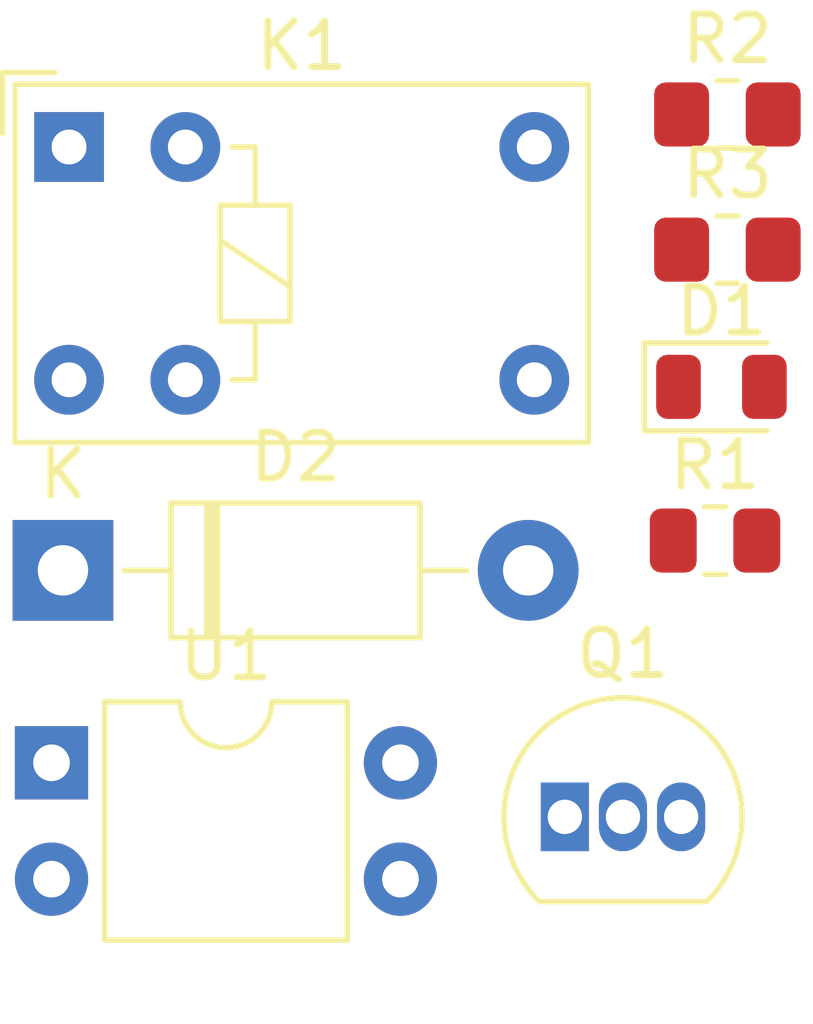
<source format=kicad_pcb>
(kicad_pcb (version 20240108) (generator "pcbnew") (generator_version "8.0")
  (layers (0 "F.Cu" signal) (31 "B.Cu" signal) (34 "B.Paste" user) (35 "F.Paste" user) (36 "B.SilkS" user "B.Silkscreen") (37 "F.SilkS" user "F.Silkscreen") (38 "B.Mask" user) (39 "F.Mask" user) (44 "Edge.Cuts" user))
  (net 0 "")
  (net 1 "5v")
  (net 2 "Net-(D1-K)")
  (net 3 "Net-(D2-A)")
  (net 4 "COM")
  (net 5 "NO")
  (net 6 "NC")
  (net 7 "GNDREF")
  (net 8 "Net-(Q1-B)")
  (net 9 "Net-(R1-Pad2)")
  (net 10 "Net-(R2-Pad1)")
  (net 11 "INPUT")
  (footprint "Diode_THT:D_DO-41_SOD81_P10.16mm_Horizontal" (layer "F.Cu") (at 139.5 86.62)
    (property "Reference" "D2" (at 5.08 -2.47 0) (layer "F.SilkS"))
    (property "Value" "1N4007")
    (fp_line (start 1.34 0) (end 2.36 0) (stroke (width 0.12)) (layer "F.SilkS"))
    (fp_line (start 2.36 -1.47) (end 2.36 1.47) (stroke (width 0.12)) (layer "F.SilkS"))
    (fp_line (start 2.36 1.47) (end 7.8 1.47) (stroke (width 0.12)) (layer "F.SilkS"))
    (fp_line (start 3.14 -1.47) (end 3.14 1.47) (stroke (width 0.12)) (layer "F.SilkS"))
    (fp_line (start 3.26 -1.47) (end 3.26 1.47) (stroke (width 0.12)) (layer "F.SilkS"))
    (fp_line (start 3.38 -1.47) (end 3.38 1.47) (stroke (width 0.12)) (layer "F.SilkS"))
    (fp_line (start 7.8 -1.47) (end 2.36 -1.47) (stroke (width 0.12)) (layer "F.SilkS"))
    (fp_line (start 7.8 1.47) (end 7.8 -1.47) (stroke (width 0.12)) (layer "F.SilkS"))
    (fp_line (start 8.82 0) (end 7.8 0) (stroke (width 0.12)) (layer "F.SilkS"))
    (fp_text user "K" (at 0 -2.1 0) (layer "F.SilkS"))
    (pad "1" thru_hole rect (at 0 0) (size 2.2 2.2) (drill 1.1) (layers "*.Cu" "*.Mask") (net 1 "5v"))
    (pad "2" thru_hole oval (at 10.16 0) (size 2.2 2.2) (drill 1.1) (layers "*.Cu" "*.Mask") (net 3 "Net-(D2-A)"))
  )
  (footprint "Resistor_SMD:R_0805_2012Metric_Pad1.20x1.40mm_HandSolder" (layer "F.Cu") (at 154.01 79.62)
    (property "Reference" "R3" (at 0 -1.65 0) (layer "F.SilkS"))
    (property "Value" "220")
    (fp_line (start -0.227064 -0.735) (end 0.227064 -0.735) (stroke (width 0.12)) (layer "F.SilkS"))
    (fp_line (start -0.227064 0.735) (end 0.227064 0.735) (stroke (width 0.12)) (layer "F.SilkS"))
    (pad "1" smd roundrect (at -1 0) (size 1.2 1.4) (layers "F.Cu" "F.Paste" "F.Mask") (roundrect_rratio 0.208333) (net 2 "Net-(D1-K)"))
    (pad "2" smd roundrect (at 1 0) (size 1.2 1.4) (layers "F.Cu" "F.Paste" "F.Mask") (roundrect_rratio 0.208333) (net 3 "Net-(D2-A)"))
  )
  (footprint "Resistor_SMD:R_0805_2012Metric" (layer "F.Cu") (at 153.74 85.97)
    (property "Reference" "R1" (at 0 -1.65 0) (layer "F.SilkS"))
    (property "Value" "1K")
    (fp_line (start -0.227064 -0.735) (end 0.227064 -0.735) (stroke (width 0.12)) (layer "F.SilkS"))
    (fp_line (start -0.227064 0.735) (end 0.227064 0.735) (stroke (width 0.12)) (layer "F.SilkS"))
    (pad "1" smd roundrect (at -0.9125 0) (size 1.025 1.4) (layers "F.Cu" "F.Paste" "F.Mask") (roundrect_rratio 0.243902) (net 8 "Net-(Q1-B)"))
    (pad "2" smd roundrect (at 0.9125 0) (size 1.025 1.4) (layers "F.Cu" "F.Paste" "F.Mask") (roundrect_rratio 0.243902) (net 9 "Net-(R1-Pad2)"))
  )
  (footprint "LED_SMD:LED_0805_2012Metric" (layer "F.Cu") (at 153.88 82.615)
    (property "Reference" "D1" (at 0 -1.65 0) (layer "F.SilkS"))
    (property "Value" "LED")
    (fp_line (start -1.685 -0.96) (end -1.685 0.96) (stroke (width 0.12)) (layer "F.SilkS"))
    (fp_line (start -1.685 0.96) (end 1 0.96) (stroke (width 0.12)) (layer "F.SilkS"))
    (fp_line (start 1 -0.96) (end -1.685 -0.96) (stroke (width 0.12)) (layer "F.SilkS"))
    (pad "1" smd roundrect (at -0.9375 0) (size 0.975 1.4) (layers "F.Cu" "F.Paste" "F.Mask") (net 2 "Net-(D1-K)"))
    (pad "2" smd roundrect (at 0.9375 0) (size 0.975 1.4) (layers "F.Cu" "F.Paste" "F.Mask") (net 1 "5v"))
  )
  (footprint "Package_DIP:DIP-4_W7.62mm" (layer "F.Cu") (at 139.25 90.82)
    (property "Reference" "U1" (at 3.81 -2.33 0) (layer "F.SilkS"))
    (property "Value" "PC817")
    (fp_line (start 1.16 -1.33) (end 1.16 3.87) (stroke (width 0.12)) (layer "F.SilkS"))
    (fp_line (start 1.16 3.87) (end 6.46 3.87) (stroke (width 0.12)) (layer "F.SilkS"))
    (fp_line (start 2.81 -1.33) (end 1.16 -1.33) (stroke (width 0.12)) (layer "F.SilkS"))
    (fp_line (start 6.46 -1.33) (end 4.81 -1.33) (stroke (width 0.12)) (layer "F.SilkS"))
    (fp_line (start 6.46 3.87) (end 6.46 -1.33) (stroke (width 0.12)) (layer "F.SilkS"))
    (fp_arc (start 4.81 -1.33) (mid 3.81 -0.33) (end 2.81 -1.33) (stroke (width 0.12)) (layer "F.SilkS"))
    (pad "1" thru_hole rect (at 0 0) (size 1.6 1.6) (drill 0.8) (layers "*.Cu" "*.Mask") (net 10 "Net-(R2-Pad1)"))
    (pad "2" thru_hole oval (at 0 2.54) (size 1.6 1.6) (drill 0.8) (layers "*.Cu" "*.Mask") (net 7 "GNDREF"))
    (pad "3" thru_hole oval (at 7.62 2.54) (size 1.6 1.6) (drill 0.8) (layers "*.Cu" "*.Mask") (net 9 "Net-(R1-Pad2)"))
    (pad "4" thru_hole oval (at 7.62 0) (size 1.6 1.6) (drill 0.8) (layers "*.Cu" "*.Mask") (net 1 "5v"))
  )
  (footprint "Package_TO_SOT_THT:TO-92_Inline" (layer "F.Cu") (at 150.46 92)
    (property "Reference" "Q1" (at 1.27 -3.56 0) (layer "F.SilkS"))
    (property "Value" "BC547")
    (fp_line (start -0.53 1.85) (end 3.07 1.85) (stroke (width 0.12)) (layer "F.SilkS"))
    (fp_arc (start -0.568478 1.838478) (mid -1.132087 -0.994977) (end 1.27 -2.6) (stroke (width 0.12)) (layer "F.SilkS"))
    (fp_arc (start 1.27 -2.6) (mid 3.672087 -0.994977) (end 3.108478 1.838478) (stroke (width 0.12)) (layer "F.SilkS"))
    (pad "1" thru_hole rect (at 0 0) (size 1.05 1.5) (drill 0.75) (layers "*.Cu" "*.Mask") (net 3 "Net-(D2-A)"))
    (pad "2" thru_hole oval (at 1.27 0) (size 1.05 1.5) (drill 0.75) (layers "*.Cu" "*.Mask") (net 8 "Net-(Q1-B)"))
    (pad "3" thru_hole oval (at 2.54 0) (size 1.05 1.5) (drill 0.75) (layers "*.Cu" "*.Mask") (net 7 "GNDREF"))
  )
  (footprint "Relay_THT:Relay_SPDT_HsinDa_Y14" (layer "F.Cu") (at 139.6328 77.3806)
    (property "Reference" "K1" (at 5.08 -2.2098 0) (layer "F.SilkS"))
    (property "Value" "Y14x-1C-xxDS")
    (fp_line (start -1.4478 -1.6256) (end -1.4478 -0.2921) (stroke (width 0.12)) (layer "F.SilkS"))
    (fp_line (start -1.18 -1.37) (end -1.18 6.45) (stroke (width 0.12)) (layer "F.SilkS"))
    (fp_line (start -1.18 6.45) (end 11.34 6.45) (stroke (width 0.12)) (layer "F.SilkS"))
    (fp_line (start -0.3048 -1.6256) (end -1.4478 -1.6256) (stroke (width 0.12)) (layer "F.SilkS"))
    (fp_line (start 3.302 1.27) (end 4.826 1.27) (stroke (width 0.12)) (layer "F.SilkS"))
    (fp_line (start 3.302 2.032) (end 4.826 3.048) (stroke (width 0.12)) (layer "F.SilkS"))
    (fp_line (start 3.302 3.81) (end 3.302 1.27) (stroke (width 0.12)) (layer "F.SilkS"))
    (fp_line (start 3.556 0) (end 4.064 0) (stroke (width 0.12)) (layer "F.SilkS"))
    (fp_line (start 4.064 0) (end 4.064 1.27) (stroke (width 0.12)) (layer "F.SilkS"))
    (fp_line (start 4.064 3.81) (end 4.064 5.08) (stroke (width 0.12)) (layer "F.SilkS"))
    (fp_line (start 4.064 5.08) (end 3.556 5.08) (stroke (width 0.12)) (layer "F.SilkS"))
    (fp_line (start 4.826 1.27) (end 4.826 3.81) (stroke (width 0.12)) (layer "F.SilkS"))
    (fp_line (start 4.826 3.81) (end 3.302 3.81) (stroke (width 0.12)) (layer "F.SilkS"))
    (fp_line (start 11.34 -1.37) (end -1.18 -1.37) (stroke (width 0.12)) (layer "F.SilkS"))
    (fp_line (start 11.34 6.45) (end 11.34 -1.37) (stroke (width 0.12)) (layer "F.SilkS"))
    (pad "1" thru_hole rect (at 0 0) (size 1.524 1.524) (drill 0.762) (layers "*.Cu" "*.Mask") (net 5 "NO"))
    (pad "2" thru_hole circle (at 0 5.08) (size 1.524 1.524) (drill 0.762) (layers "*.Cu" "*.Mask") (net 6 "NC"))
    (pad "3" thru_hole circle (at 2.54 0) (size 1.524 1.524) (drill 0.762) (layers "*.Cu" "*.Mask") (net 3 "Net-(D2-A)"))
    (pad "4" thru_hole circle (at 2.54 5.08) (size 1.524 1.524) (drill 0.762) (layers "*.Cu" "*.Mask") (net 1 "5v"))
    (pad "5" thru_hole circle (at 10.16 0) (size 1.524 1.524) (drill 0.762) (layers "*.Cu" "*.Mask") (net 4 "COM"))
    (pad "6" thru_hole circle (at 10.16 5.08) (size 1.524 1.524) (drill 0.762) (layers "*.Cu" "*.Mask") (net 4 "COM"))
  )
  (footprint "Resistor_SMD:R_0805_2012Metric_Pad1.20x1.40mm_HandSolder" (layer "F.Cu") (at 154.01 76.67)
    (property "Reference" "R2" (at 0 -1.65 0) (layer "F.SilkS"))
    (property "Value" "220")
    (fp_line (start -0.227064 -0.735) (end 0.227064 -0.735) (stroke (width 0.12)) (layer "F.SilkS"))
    (fp_line (start -0.227064 0.735) (end 0.227064 0.735) (stroke (width 0.12)) (layer "F.SilkS"))
    (pad "1" smd roundrect (at -1 0) (size 1.2 1.4) (layers "F.Cu" "F.Paste" "F.Mask") (roundrect_rratio 0.208333) (net 10 "Net-(R2-Pad1)"))
    (pad "2" smd roundrect (at 1 0) (size 1.2 1.4) (layers "F.Cu" "F.Paste" "F.Mask") (roundrect_rratio 0.208333) (net 11 "INPUT"))
  )
)
</source>
